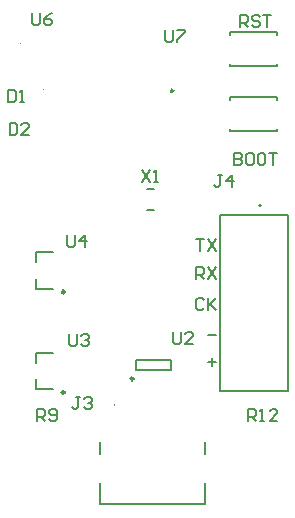
<source format=gto>
G04*
G04 #@! TF.GenerationSoftware,Altium Limited,Altium Designer,25.8.1 (18)*
G04*
G04 Layer_Color=65535*
%FSLAX25Y25*%
%MOIN*%
G70*
G04*
G04 #@! TF.SameCoordinates,47D8EFF9-3140-4044-9253-19D122A8EBA5*
G04*
G04*
G04 #@! TF.FilePolarity,Positive*
G04*
G01*
G75*
%ADD10C,0.00984*%
%ADD11C,0.01000*%
%ADD12C,0.00394*%
%ADD13C,0.00787*%
%ADD14C,0.00500*%
%ADD15C,0.00602*%
D10*
X162402Y111024D02*
G03*
X162402Y111024I-492J0D01*
G01*
Y77559D02*
G03*
X162402Y77559I-492J0D01*
G01*
X185335Y82087D02*
G03*
X185335Y82087I-492J0D01*
G01*
D11*
X198570Y178051D02*
G03*
X198570Y178051I-440J0D01*
G01*
D12*
X147835Y193898D02*
G03*
X147835Y193898I-197J0D01*
G01*
X178980Y73550D02*
G03*
X178980Y73156I0J-197D01*
G01*
D02*
G03*
X178980Y73550I0J197D01*
G01*
X155398Y168728D02*
G03*
X155398Y168728I-197J0D01*
G01*
Y178570D02*
G03*
X155398Y178570I-197J0D01*
G01*
D13*
X227854Y139764D02*
G03*
X227854Y139764I-394J0D01*
G01*
X152953Y120866D02*
Y124213D01*
X158465D01*
X152953Y112008D02*
Y115354D01*
Y112008D02*
X158465D01*
X189664Y145177D02*
X192026D01*
X189664Y138287D02*
X192026D01*
X152953Y87401D02*
Y90748D01*
X158465D01*
X152953Y78543D02*
Y81890D01*
Y78543D02*
X158465D01*
X186024Y84842D02*
X188976D01*
X194882D02*
X197835D01*
X186024D02*
Y88386D01*
X197835Y84842D02*
Y88386D01*
X188976Y84842D02*
X194882D01*
X186024Y88386D02*
X197835D01*
X209176Y57026D02*
Y60963D01*
Y40172D02*
Y47183D01*
X173979Y40172D02*
X209176D01*
X173979D02*
Y47183D01*
Y57026D02*
Y60963D01*
D14*
X217520Y164567D02*
Y165472D01*
Y175079D02*
Y175984D01*
X233268Y164567D02*
Y165472D01*
Y175079D02*
Y175984D01*
X217520Y164567D02*
X233268D01*
X217520Y175984D02*
X233268D01*
X217520Y186221D02*
Y187126D01*
Y196732D02*
Y197638D01*
X233268Y186221D02*
Y187126D01*
Y196732D02*
Y197638D01*
X217520Y186221D02*
X233268D01*
X217520Y197638D02*
X233268D01*
X214075Y77953D02*
X236713D01*
Y136614D01*
X214075D02*
X236713D01*
X214075Y77953D02*
Y136614D01*
D15*
X210051Y87643D02*
X212675D01*
X211363Y88955D02*
Y86331D01*
X210051Y96567D02*
X212675D01*
X163256Y130019D02*
Y126739D01*
X163912Y126083D01*
X165224D01*
X165879Y126739D01*
Y130019D01*
X169159Y126083D02*
Y130019D01*
X167191Y128051D01*
X169815D01*
X188231Y151519D02*
X190854Y147583D01*
Y151519D02*
X188231Y147583D01*
X192166D02*
X193478D01*
X192822D01*
Y151519D01*
X192166Y150863D01*
X218769Y157294D02*
Y153358D01*
X220737D01*
X221392Y154014D01*
Y154670D01*
X220737Y155326D01*
X218769D01*
X220737D01*
X221392Y155982D01*
Y156638D01*
X220737Y157294D01*
X218769D01*
X224672D02*
X223360D01*
X222705Y156638D01*
Y154014D01*
X223360Y153358D01*
X224672D01*
X225328Y154014D01*
Y156638D01*
X224672Y157294D01*
X228608D02*
X227296D01*
X226640Y156638D01*
Y154014D01*
X227296Y153358D01*
X228608D01*
X229264Y154014D01*
Y156638D01*
X228608Y157294D01*
X230576D02*
X233200D01*
X231888D01*
Y153358D01*
X220737Y199312D02*
Y203247D01*
X222705D01*
X223360Y202591D01*
Y201279D01*
X222705Y200624D01*
X220737D01*
X222048D02*
X223360Y199312D01*
X227296Y202591D02*
X226640Y203247D01*
X225328D01*
X224672Y202591D01*
Y201936D01*
X225328Y201279D01*
X226640D01*
X227296Y200624D01*
Y199968D01*
X226640Y199312D01*
X225328D01*
X224672Y199968D01*
X228608Y203247D02*
X231232D01*
X229920D01*
Y199312D01*
X143439Y178346D02*
Y174410D01*
X145407D01*
X146063Y175066D01*
Y177690D01*
X145407Y178346D01*
X143439D01*
X147375Y174410D02*
X148687D01*
X148031D01*
Y178346D01*
X147375Y177690D01*
X143964Y167322D02*
Y163386D01*
X145932D01*
X146588Y164042D01*
Y166666D01*
X145932Y167322D01*
X143964D01*
X150524Y163386D02*
X147900D01*
X150524Y166010D01*
Y166666D01*
X149868Y167322D01*
X148556D01*
X147900Y166666D01*
X167454Y75984D02*
X166142D01*
X166798D01*
Y72704D01*
X166142Y72048D01*
X165486D01*
X164831Y72704D01*
X168766Y75328D02*
X169422Y75984D01*
X170734D01*
X171390Y75328D01*
Y74672D01*
X170734Y74016D01*
X170078D01*
X170734D01*
X171390Y73360D01*
Y72704D01*
X170734Y72048D01*
X169422D01*
X168766Y72704D01*
X214698Y149999D02*
X213387D01*
X214042D01*
Y146720D01*
X213387Y146064D01*
X212731D01*
X212074Y146720D01*
X217978Y146064D02*
Y149999D01*
X216010Y148031D01*
X218634D01*
X153216Y67914D02*
Y71850D01*
X155184D01*
X155840Y71194D01*
Y69882D01*
X155184Y69226D01*
X153216D01*
X154528D02*
X155840Y67914D01*
X157152Y68570D02*
X157808Y67914D01*
X159120D01*
X159776Y68570D01*
Y71194D01*
X159120Y71850D01*
X157808D01*
X157152Y71194D01*
Y70538D01*
X157808Y69882D01*
X159776D01*
X223427Y67914D02*
Y71850D01*
X225395D01*
X226051Y71194D01*
Y69882D01*
X225395Y69226D01*
X223427D01*
X224739D02*
X226051Y67914D01*
X227362D02*
X228674D01*
X228018D01*
Y71850D01*
X227362Y71194D01*
X233266Y67914D02*
X230642D01*
X233266Y70538D01*
Y71194D01*
X232610Y71850D01*
X231298D01*
X230642Y71194D01*
X198492Y97637D02*
Y94357D01*
X199148Y93701D01*
X200460D01*
X201116Y94357D01*
Y97637D01*
X205051Y93701D02*
X202428D01*
X205051Y96325D01*
Y96981D01*
X204396Y97637D01*
X203084D01*
X202428Y96981D01*
X163945Y96850D02*
Y93570D01*
X164601Y92914D01*
X165912D01*
X166569Y93570D01*
Y96850D01*
X167880Y96194D02*
X168536Y96850D01*
X169848D01*
X170504Y96194D01*
Y95538D01*
X169848Y94882D01*
X169192D01*
X169848D01*
X170504Y94226D01*
Y93570D01*
X169848Y92914D01*
X168536D01*
X167880Y93570D01*
X195933Y198425D02*
Y195145D01*
X196589Y194489D01*
X197901D01*
X198557Y195145D01*
Y198425D01*
X199869D02*
X202492D01*
Y197769D01*
X199869Y195145D01*
Y194489D01*
X151445Y203936D02*
Y200657D01*
X152101Y200001D01*
X153412D01*
X154069Y200657D01*
Y203936D01*
X158004D02*
X156692Y203280D01*
X155380Y201969D01*
Y200657D01*
X156036Y200001D01*
X157348D01*
X158004Y200657D01*
Y201312D01*
X157348Y201969D01*
X155380D01*
X206115Y128751D02*
X208739D01*
X207427D01*
Y124815D01*
X210051Y128751D02*
X212675Y124815D01*
Y128751D02*
X210051Y124815D01*
X206115Y115366D02*
Y119302D01*
X208083D01*
X208739Y118646D01*
Y117334D01*
X208083Y116678D01*
X206115D01*
X207427D02*
X208739Y115366D01*
X210051Y119302D02*
X212675Y115366D01*
Y119302D02*
X210051Y115366D01*
X208739Y108410D02*
X208083Y109066D01*
X206771D01*
X206115Y108410D01*
Y105786D01*
X206771Y105130D01*
X208083D01*
X208739Y105786D01*
X210051Y109066D02*
Y105130D01*
Y106442D01*
X212675Y109066D01*
X210707Y107098D01*
X212675Y105130D01*
M02*

</source>
